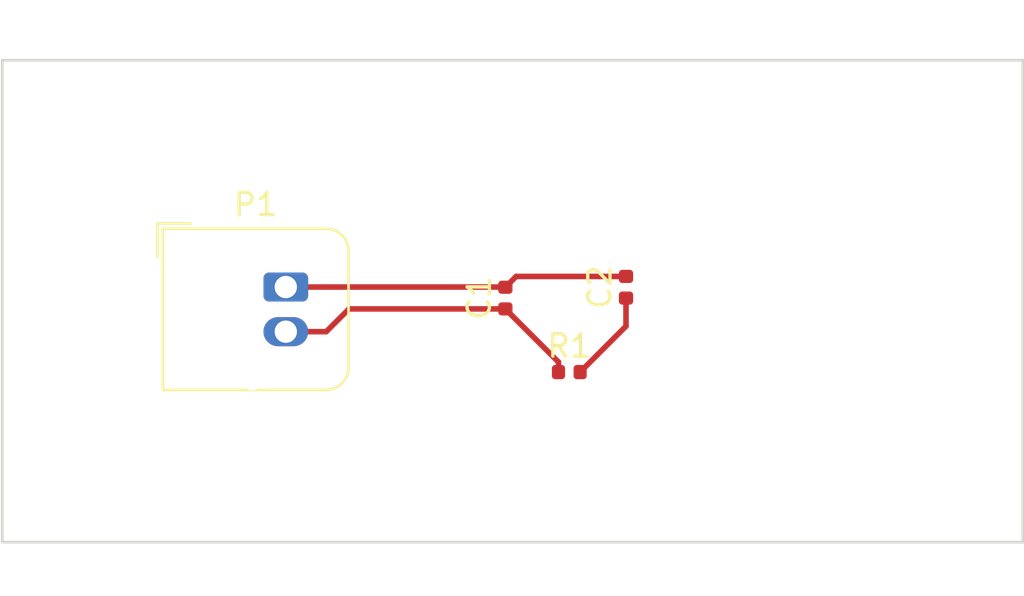
<source format=kicad_pcb>
(kicad_pcb (version 20240108) (generator "pcbnew") (generator_version "8.99")
  (layers (0 "F.Cu" signal) (1 "In1.Cu" signal "GND.Cu") (2 "In2.Cu" signal "Signal1.Cu") (3 "In3.Cu" signal "Signal2.Cu") (4 "In4.Cu" signal "Power.Cu") (31 "B.Cu" signal) (34 "B.Paste" user) (35 "F.Paste" user) (36 "B.SilkS" user "B.Silkscreen") (37 "F.SilkS" user "F.Silkscreen") (38 "B.Mask" user) (39 "F.Mask" user) (44 "Edge.Cuts" user))
  (net 0 "")
  (net 1 "/Power/VCC")
  (net 2 "GND")
  (net 3 "Net-(C2-Pad1)")
  (footprint "Capacitor_SMD:C_0402_1005Metric" (layer "F.Cu") (at 164.775001 80.505001 90)
    (property "Reference" "C1" (at 0 -1.17 90) (layer "F.SilkS"))
    (property "Value" "C")
    (pad "1" smd roundrect (at -0.485 0 90) (size 0.59 0.64) (layers "F.Cu" "F.Paste" "F.Mask") (net 1 "/Power/VCC"))
    (pad "2" smd roundrect (at 0.485 0 90) (size 0.59 0.64) (layers "F.Cu" "F.Paste" "F.Mask") (net 2 "GND"))
  )
  (footprint "Capacitor_SMD:C_0402_1005Metric" (layer "F.Cu") (at 170.18 80.020001 90)
    (property "Reference" "C2" (at 0 -1.17 90) (layer "F.SilkS"))
    (property "Value" "C")
    (pad "1" smd roundrect (at -0.485 0 90) (size 0.59 0.64) (layers "F.Cu" "F.Paste" "F.Mask") (net 3 "Net-(C2-Pad1)"))
    (pad "2" smd roundrect (at 0.485 0 90) (size 0.59 0.64) (layers "F.Cu" "F.Paste" "F.Mask") (net 2 "GND"))
  )
  (footprint "Connector_JST:JST_JWPF_B02B-JWPF-SK-R_1x02_P2.00mm_Vertical" (layer "F.Cu") (at 154.94 80.01)
    (property "Reference" "P1" (at -1.35 -3.7 0) (layer "F.SilkS"))
    (property "Value" "CONN_01X02")
    (fp_line (start -5.75 -2.85) (end -4.25 -2.85) (stroke (width 0.12)) (layer "F.SilkS"))
    (fp_line (start -5.75 -1.35) (end -5.75 -2.85) (stroke (width 0.12)) (layer "F.SilkS"))
    (fp_line (start -5.51 -2.61) (end -5.51 4.61) (stroke (width 0.12)) (layer "F.SilkS"))
    (fp_line (start -5.51 4.61) (end 1.81 4.61) (stroke (width 0.12)) (layer "F.SilkS"))
    (fp_line (start 1.81 -2.61) (end -5.51 -2.61) (stroke (width 0.12)) (layer "F.SilkS"))
    (fp_line (start 2.81 -1.61) (end 2.81 3.61) (stroke (width 0.12)) (layer "F.SilkS"))
    (fp_arc (start 1.81 -2.61) (mid 2.517107 -2.317107) (end 2.81 -1.61) (stroke (width 0.12)) (layer "F.SilkS"))
    (fp_arc (start 2.81 3.61) (mid 2.517107 4.317107) (end 1.81 4.61) (stroke (width 0.12)) (layer "F.SilkS"))
    (pad "" np_thru_hole circle (at -1.5 4.05) (size 1.15 1.15) (drill 1.15) (layers "*.Cu" "*.Mask"))
    (pad "1" thru_hole roundrect (at 0 0) (size 2 1.3) (drill 1) (layers "*.Cu" "*.Mask") (roundrect_rratio 0.192308) (net 2 "GND"))
    (pad "2" thru_hole oval (at 0 2) (size 2 1.3) (drill 1) (layers "*.Cu" "*.Mask") (net 1 "/Power/VCC"))
  )
  (footprint "Resistor_SMD:R_0402_1005Metric" (layer "F.Cu") (at 167.64 83.82)
    (property "Reference" "R1" (at 0 -1.17 0) (layer "F.SilkS"))
    (property "Value" "R")
    (pad "1" smd roundrect (at -0.485 0) (size 0.59 0.64) (layers "F.Cu" "F.Paste" "F.Mask") (net 1 "/Power/VCC"))
    (pad "2" smd roundrect (at 0.485 0) (size 0.59 0.64) (layers "F.Cu" "F.Paste" "F.Mask") (net 3 "Net-(C2-Pad1)"))
  )
  (gr_line (start 187.96 91.44) (end 187.96 69.85) (stroke (width 0.12)) (layer "Edge.Cuts"))
  (gr_line (start 142.24 91.44) (end 187.96 91.44) (stroke (width 0.12)) (layer "Edge.Cuts"))
  (gr_line (start 142.24 69.85) (end 142.24 91.44) (stroke (width 0.12)) (layer "Edge.Cuts"))
  (gr_line (start 187.96 69.85) (end 142.24 69.85) (stroke (width 0.12)) (layer "Edge.Cuts"))
  (segment (start 157.769999 80.990001) (end 156.75 82.01) (width 0.25) (layer "F.Cu") (net 1))
  (segment (start 167.155 83.37) (end 165.1 81.315) (width 0.25) (layer "F.Cu") (net 1))
  (segment (start 156.75 82.01) (end 154.94 82.01) (width 0.25) (layer "F.Cu") (net 1))
  (segment (start 164.775001 80.990001) (end 157.769999 80.990001) (width 0.25) (layer "F.Cu") (net 1))
  (segment (start 167.155 83.82) (end 167.155 83.37) (width 0.25) (layer "F.Cu") (net 1))
  (segment (start 165.1 81.315) (end 164.775001 80.990001) (width 0.25) (layer "F.Cu") (net 1))
  (segment (start 164.765 80.01) (end 164.775001 80.020001) (width 0.25) (layer "F.Cu") (net 2))
  (segment (start 164.775001 80.020001) (end 165.260001 79.535001) (width 0.25) (layer "F.Cu") (net 2))
  (segment (start 165.260001 79.535001) (end 170.18 79.535001) (width 0.25) (layer "F.Cu") (net 2))
  (segment (start 154.94 80.01) (end 164.765 80.01) (width 0.25) (layer "F.Cu") (net 2))
  (segment (start 170.18 80.505001) (end 170.18 81.765) (width 0.25) (layer "F.Cu") (net 3))
  (segment (start 170.18 81.765) (end 168.125 83.82) (width 0.25) (layer "F.Cu") (net 3))
)
</source>
